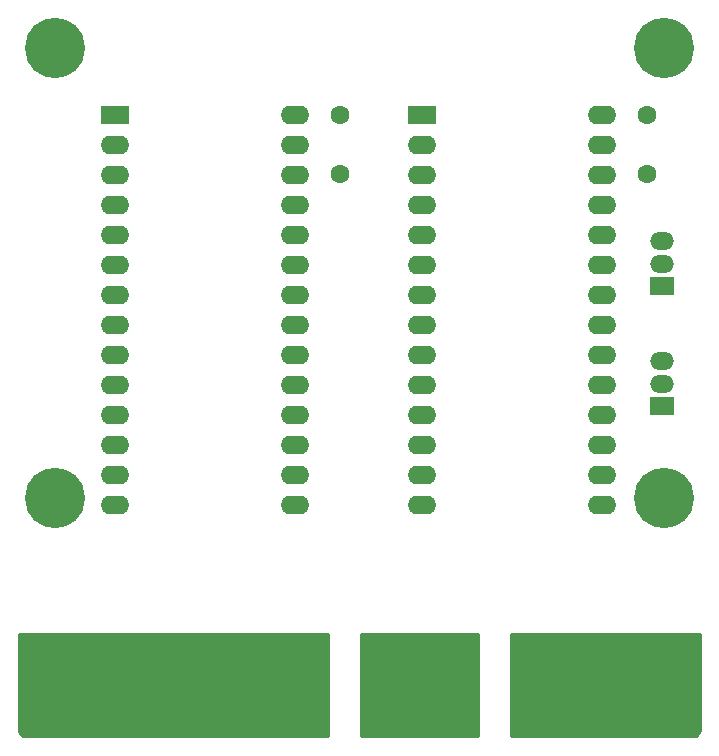
<source format=gts>
%TF.GenerationSoftware,KiCad,Pcbnew,(5.1.8)-1*%
%TF.CreationDate,2021-03-23T23:26:20+01:00*%
%TF.ProjectId,ZX Cartridge 2021,5a582043-6172-4747-9269-646765203230,rev?*%
%TF.SameCoordinates,Original*%
%TF.FileFunction,Soldermask,Top*%
%TF.FilePolarity,Negative*%
%FSLAX46Y46*%
G04 Gerber Fmt 4.6, Leading zero omitted, Abs format (unit mm)*
G04 Created by KiCad (PCBNEW (5.1.8)-1) date 2021-03-23 23:26:20*
%MOMM*%
%LPD*%
G01*
G04 APERTURE LIST*
%ADD10C,1.600000*%
%ADD11R,2.400000X1.600000*%
%ADD12O,2.400000X1.600000*%
%ADD13C,5.100000*%
%ADD14R,2.000000X1.500000*%
%ADD15O,2.000000X1.500000*%
%ADD16C,0.254000*%
%ADD17C,0.100000*%
G04 APERTURE END LIST*
D10*
%TO.C,C1*%
X147574000Y-67945000D03*
X147574000Y-72945000D03*
%TD*%
D11*
%TO.C,U1*%
X128524000Y-67945000D03*
D12*
X143764000Y-100965000D03*
X128524000Y-70485000D03*
X143764000Y-98425000D03*
X128524000Y-73025000D03*
X143764000Y-95885000D03*
X128524000Y-75565000D03*
X143764000Y-93345000D03*
X128524000Y-78105000D03*
X143764000Y-90805000D03*
X128524000Y-80645000D03*
X143764000Y-88265000D03*
X128524000Y-83185000D03*
X143764000Y-85725000D03*
X128524000Y-85725000D03*
X143764000Y-83185000D03*
X128524000Y-88265000D03*
X143764000Y-80645000D03*
X128524000Y-90805000D03*
X143764000Y-78105000D03*
X128524000Y-93345000D03*
X143764000Y-75565000D03*
X128524000Y-95885000D03*
X143764000Y-73025000D03*
X128524000Y-98425000D03*
X143764000Y-70485000D03*
X128524000Y-100965000D03*
X143764000Y-67945000D03*
%TD*%
D13*
%TO.C,M1*%
X123444000Y-100330000D03*
%TD*%
%TO.C,M2*%
X175011000Y-100330000D03*
%TD*%
%TO.C,M3*%
X175011000Y-62230000D03*
%TD*%
%TO.C,M4*%
X123444000Y-62230000D03*
%TD*%
D10*
%TO.C,C2*%
X173609000Y-67945000D03*
X173609000Y-72945000D03*
%TD*%
D11*
%TO.C,U2*%
X154559000Y-67945000D03*
D12*
X169799000Y-100965000D03*
X154559000Y-70485000D03*
X169799000Y-98425000D03*
X154559000Y-73025000D03*
X169799000Y-95885000D03*
X154559000Y-75565000D03*
X169799000Y-93345000D03*
X154559000Y-78105000D03*
X169799000Y-90805000D03*
X154559000Y-80645000D03*
X169799000Y-88265000D03*
X154559000Y-83185000D03*
X169799000Y-85725000D03*
X154559000Y-85725000D03*
X169799000Y-83185000D03*
X154559000Y-88265000D03*
X169799000Y-80645000D03*
X154559000Y-90805000D03*
X169799000Y-78105000D03*
X154559000Y-93345000D03*
X169799000Y-75565000D03*
X154559000Y-95885000D03*
X169799000Y-73025000D03*
X154559000Y-98425000D03*
X169799000Y-70485000D03*
X154559000Y-100965000D03*
X169799000Y-67945000D03*
%TD*%
D14*
%TO.C,JP1*%
X174879000Y-82423000D03*
D15*
X174879000Y-80518000D03*
X174879000Y-78613000D03*
%TD*%
%TO.C,JP2*%
X174879000Y-88773000D03*
X174879000Y-90678000D03*
D14*
X174879000Y-92583000D03*
%TD*%
D16*
X146558000Y-120396000D02*
X146538665Y-120493202D01*
X146501783Y-120548400D01*
X120850803Y-120548400D01*
X120720541Y-120478773D01*
X120566580Y-120352420D01*
X120440227Y-120198459D01*
X120370600Y-120068197D01*
X120370600Y-111887000D01*
X146558000Y-111887000D01*
X146558000Y-120396000D01*
D17*
G36*
X146558000Y-120396000D02*
G01*
X146538665Y-120493202D01*
X146501783Y-120548400D01*
X120850803Y-120548400D01*
X120720541Y-120478773D01*
X120566580Y-120352420D01*
X120440227Y-120198459D01*
X120370600Y-120068197D01*
X120370600Y-111887000D01*
X146558000Y-111887000D01*
X146558000Y-120396000D01*
G37*
D16*
X159258000Y-120396000D02*
X159238665Y-120493202D01*
X159201783Y-120548400D01*
X149408217Y-120548400D01*
X149371335Y-120493202D01*
X149352000Y-120396000D01*
X149352000Y-111887000D01*
X159258000Y-111887000D01*
X159258000Y-120396000D01*
D17*
G36*
X159258000Y-120396000D02*
G01*
X159238665Y-120493202D01*
X159201783Y-120548400D01*
X149408217Y-120548400D01*
X149371335Y-120493202D01*
X149352000Y-120396000D01*
X149352000Y-111887000D01*
X159258000Y-111887000D01*
X159258000Y-120396000D01*
G37*
D16*
X178079400Y-120068197D02*
X178009773Y-120198459D01*
X177883420Y-120352420D01*
X177729459Y-120478773D01*
X177599197Y-120548400D01*
X162108217Y-120548400D01*
X162071335Y-120493202D01*
X162052000Y-120396000D01*
X162052000Y-111887000D01*
X178079400Y-111887000D01*
X178079400Y-120068197D01*
D17*
G36*
X178079400Y-120068197D02*
G01*
X178009773Y-120198459D01*
X177883420Y-120352420D01*
X177729459Y-120478773D01*
X177599197Y-120548400D01*
X162108217Y-120548400D01*
X162071335Y-120493202D01*
X162052000Y-120396000D01*
X162052000Y-111887000D01*
X178079400Y-111887000D01*
X178079400Y-120068197D01*
G37*
M02*

</source>
